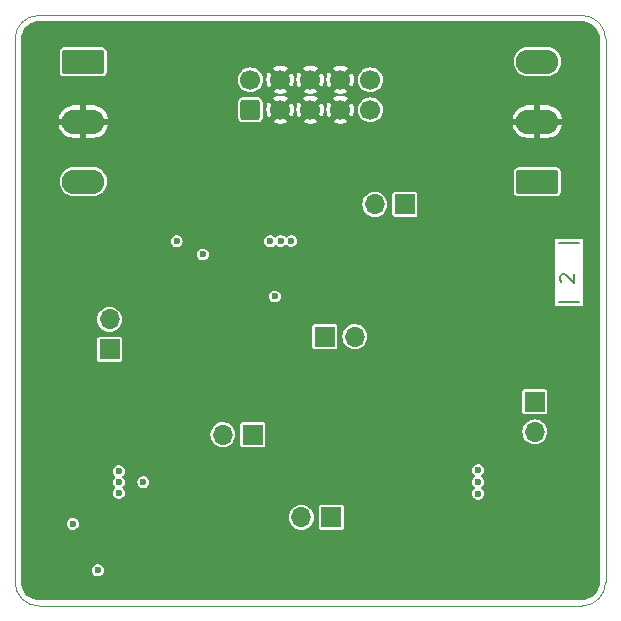
<source format=gbr>
%TF.GenerationSoftware,KiCad,Pcbnew,8.0.1*%
%TF.CreationDate,2024-04-20T12:15:38+02:00*%
%TF.ProjectId,nbg,6e62672e-6b69-4636-9164-5f7063625858,rev?*%
%TF.SameCoordinates,Original*%
%TF.FileFunction,Copper,L2,Inr*%
%TF.FilePolarity,Positive*%
%FSLAX46Y46*%
G04 Gerber Fmt 4.6, Leading zero omitted, Abs format (unit mm)*
G04 Created by KiCad (PCBNEW 8.0.1) date 2024-04-20 12:15:38*
%MOMM*%
%LPD*%
G01*
G04 APERTURE LIST*
G04 Aperture macros list*
%AMRoundRect*
0 Rectangle with rounded corners*
0 $1 Rounding radius*
0 $2 $3 $4 $5 $6 $7 $8 $9 X,Y pos of 4 corners*
0 Add a 4 corners polygon primitive as box body*
4,1,4,$2,$3,$4,$5,$6,$7,$8,$9,$2,$3,0*
0 Add four circle primitives for the rounded corners*
1,1,$1+$1,$2,$3*
1,1,$1+$1,$4,$5*
1,1,$1+$1,$6,$7*
1,1,$1+$1,$8,$9*
0 Add four rect primitives between the rounded corners*
20,1,$1+$1,$2,$3,$4,$5,0*
20,1,$1+$1,$4,$5,$6,$7,0*
20,1,$1+$1,$6,$7,$8,$9,0*
20,1,$1+$1,$8,$9,$2,$3,0*%
G04 Aperture macros list end*
%ADD10C,0.200000*%
%TA.AperFunction,NonConductor*%
%ADD11C,0.200000*%
%TD*%
%TA.AperFunction,ComponentPad*%
%ADD12R,1.700000X1.700000*%
%TD*%
%TA.AperFunction,ComponentPad*%
%ADD13O,1.700000X1.700000*%
%TD*%
%TA.AperFunction,ComponentPad*%
%ADD14RoundRect,0.249999X1.550001X-0.790001X1.550001X0.790001X-1.550001X0.790001X-1.550001X-0.790001X0*%
%TD*%
%TA.AperFunction,ComponentPad*%
%ADD15O,3.600000X2.080000*%
%TD*%
%TA.AperFunction,ComponentPad*%
%ADD16RoundRect,0.249999X-1.550001X0.790001X-1.550001X-0.790001X1.550001X-0.790001X1.550001X0.790001X0*%
%TD*%
%TA.AperFunction,ComponentPad*%
%ADD17RoundRect,0.250000X0.600000X-0.600000X0.600000X0.600000X-0.600000X0.600000X-0.600000X-0.600000X0*%
%TD*%
%TA.AperFunction,ComponentPad*%
%ADD18C,1.700000*%
%TD*%
%TA.AperFunction,ViaPad*%
%ADD19C,0.600000*%
%TD*%
%TA.AperFunction,Profile*%
%ADD20C,0.050000*%
%TD*%
G04 APERTURE END LIST*
D10*
D11*
X92742742Y-74296993D02*
X91028457Y-74296993D01*
X91257028Y-72582707D02*
X91199885Y-72525564D01*
X91199885Y-72525564D02*
X91142742Y-72411279D01*
X91142742Y-72411279D02*
X91142742Y-72125564D01*
X91142742Y-72125564D02*
X91199885Y-72011279D01*
X91199885Y-72011279D02*
X91257028Y-71954136D01*
X91257028Y-71954136D02*
X91371314Y-71896993D01*
X91371314Y-71896993D02*
X91485600Y-71896993D01*
X91485600Y-71896993D02*
X91657028Y-71954136D01*
X91657028Y-71954136D02*
X92342742Y-72639850D01*
X92342742Y-72639850D02*
X92342742Y-71896993D01*
X92742742Y-69268421D02*
X91028457Y-69268421D01*
D12*
%TO.N,/AP62250/Vin3*%
%TO.C,J7*%
X71775000Y-92500000D03*
D13*
%TO.N,/AP62250/V-in*%
X69235000Y-92500000D03*
%TD*%
D14*
%TO.N,/AP62250/V-ut*%
%TO.C,J6*%
X89222500Y-64080000D03*
D15*
%TO.N,GND*%
X89222500Y-59000000D03*
%TO.N,/AP62250/V+ut*%
X89222500Y-53920000D03*
%TD*%
D12*
%TO.N,/AP62250/V-ut*%
%TO.C,J8*%
X89000000Y-82725000D03*
D13*
%TO.N,Net-(J8-Pin_2)*%
X89000000Y-85265000D03*
%TD*%
D12*
%TO.N,/AP62250/V+in*%
%TO.C,J1*%
X78000000Y-66000000D03*
D13*
%TO.N,/AP62250/Vin1*%
X75460000Y-66000000D03*
%TD*%
D16*
%TO.N,/AP62250/V+in*%
%TO.C,J5*%
X50777500Y-53920000D03*
D15*
%TO.N,GND*%
X50777500Y-59000000D03*
%TO.N,/AP62250/V-in*%
X50777500Y-64080000D03*
%TD*%
D12*
%TO.N,/AP62250/V-ut*%
%TO.C,J4*%
X65133800Y-85500000D03*
D13*
%TO.N,Net-(J4-Pin_2)*%
X62593800Y-85500000D03*
%TD*%
D12*
%TO.N,Net-(J3-Pin_1)*%
%TO.C,J3*%
X71225000Y-77199200D03*
D13*
%TO.N,/AP62250/V+ut*%
X73765000Y-77199200D03*
%TD*%
D17*
%TO.N,/AP62250/V-in*%
%TO.C,J9*%
X64920000Y-58000000D03*
D18*
X64920000Y-55460000D03*
%TO.N,GND*%
X67460000Y-58000000D03*
X67460000Y-55460000D03*
X70000000Y-58000000D03*
X70000000Y-55460000D03*
X72540000Y-58000000D03*
X72540000Y-55460000D03*
%TO.N,/AP62250/V+in*%
X75080000Y-58000000D03*
X75080000Y-55460000D03*
%TD*%
D12*
%TO.N,/AP62250/Vin2*%
%TO.C,J2*%
X53000000Y-78275000D03*
D13*
%TO.N,/AP62250/V-in*%
X53000000Y-75735000D03*
%TD*%
D19*
%TO.N,GND*%
X85790339Y-88318963D03*
X82500000Y-70000000D03*
X77647600Y-69998819D03*
X55000000Y-72500000D03*
X55000000Y-67500000D03*
X52500000Y-62500000D03*
X77500000Y-62500000D03*
X62500000Y-62500000D03*
X82500000Y-62500000D03*
X67500000Y-62500000D03*
X72500000Y-62500000D03*
X57500000Y-62500000D03*
X87500000Y-57500000D03*
X87500000Y-82500000D03*
X87500000Y-67500000D03*
X87500000Y-72500000D03*
X87500000Y-77500000D03*
X87500000Y-62500000D03*
X92500000Y-67500000D03*
X92500000Y-92500000D03*
X92500000Y-77500000D03*
X92500000Y-97500000D03*
X92500000Y-82500000D03*
X92500000Y-87500000D03*
X92500000Y-62500000D03*
X92500000Y-57500000D03*
X92500000Y-52500000D03*
X87500000Y-52500000D03*
X82500000Y-52500000D03*
X77500000Y-52500000D03*
X72500000Y-52500000D03*
X67500000Y-52500000D03*
X62500000Y-52500000D03*
X57500000Y-52500000D03*
X47500000Y-52500000D03*
X47500000Y-57500000D03*
X47500000Y-62500000D03*
X47500000Y-67500000D03*
X47500000Y-72500000D03*
X47500000Y-77500000D03*
X47500000Y-97500000D03*
X47500000Y-92500000D03*
X47500000Y-87500000D03*
X47500000Y-82500000D03*
X50000000Y-80000000D03*
X55000000Y-80000000D03*
X60000000Y-80000000D03*
X65000000Y-80000000D03*
X70000000Y-80000000D03*
X65000000Y-90000000D03*
X70000000Y-90000000D03*
X70000000Y-85000000D03*
X75000000Y-82500000D03*
X75000000Y-87500000D03*
X65000000Y-95000000D03*
X70000000Y-95000000D03*
X75000000Y-95000000D03*
X76942449Y-98390697D03*
X71203728Y-98079850D03*
X66774152Y-98169517D03*
X62111440Y-96651147D03*
X82000000Y-98000000D03*
X81000000Y-88500000D03*
X54288800Y-86014000D03*
X50682000Y-90382800D03*
X63900000Y-66199200D03*
X78100000Y-87300000D03*
X84000000Y-86800000D03*
X54288800Y-86928400D03*
X67500000Y-72299200D03*
X54288800Y-83423200D03*
X81000000Y-90500000D03*
X54288800Y-82508800D03*
X54288800Y-81594400D03*
X79900000Y-95600000D03*
X74500000Y-72099200D03*
X84000000Y-86000000D03*
X81000000Y-89500000D03*
X84000000Y-83300000D03*
X71000000Y-72099200D03*
X84000000Y-85200000D03*
X50682000Y-89468400D03*
X71900000Y-72099200D03*
X50682000Y-88604800D03*
X84000000Y-81700000D03*
X68400000Y-72299200D03*
X84000000Y-82500000D03*
X75400000Y-72099200D03*
X82000000Y-95900000D03*
X73600000Y-72099200D03*
X70100000Y-72099200D03*
X66600000Y-72299200D03*
X78662500Y-77900000D03*
X54288800Y-85099600D03*
X79587500Y-80587500D03*
X51800000Y-95900000D03*
%TO.N,Net-(J3-Pin_1)*%
X67001600Y-73799200D03*
X58670400Y-69125600D03*
%TO.N,Net-(J4-Pin_2)*%
X52002800Y-96986800D03*
X55863600Y-89519200D03*
%TO.N,/AP62250/Vin1*%
X66595200Y-69125600D03*
X68400000Y-69099200D03*
X67500000Y-69099200D03*
X60905600Y-70243200D03*
%TO.N,/AP62250/Vin2*%
X53780800Y-90433600D03*
X53780800Y-89519200D03*
X49900000Y-93050000D03*
X53780800Y-88604800D03*
%TO.N,/AP62250/Vin3*%
X84200000Y-89500000D03*
X84200000Y-88500000D03*
X84200000Y-90500000D03*
%TD*%
%TA.AperFunction,Conductor*%
%TO.N,GND*%
G36*
X93002642Y-50500688D02*
G01*
X93208118Y-50515385D01*
X93218567Y-50516887D01*
X93274033Y-50528952D01*
X93417296Y-50560117D01*
X93427406Y-50563085D01*
X93617965Y-50634161D01*
X93627556Y-50638541D01*
X93747496Y-50704033D01*
X93806041Y-50736001D01*
X93814924Y-50741709D01*
X93977727Y-50863582D01*
X93985706Y-50870496D01*
X94129503Y-51014293D01*
X94136417Y-51022272D01*
X94258290Y-51185075D01*
X94263998Y-51193958D01*
X94361456Y-51372439D01*
X94365842Y-51382042D01*
X94436909Y-51572578D01*
X94439884Y-51582710D01*
X94483112Y-51781432D01*
X94484614Y-51791881D01*
X94499311Y-51997356D01*
X94499500Y-52002636D01*
X94499500Y-97997363D01*
X94499311Y-98002643D01*
X94484614Y-98208118D01*
X94483112Y-98218567D01*
X94439884Y-98417289D01*
X94436909Y-98427421D01*
X94365842Y-98617957D01*
X94361456Y-98627560D01*
X94263998Y-98806041D01*
X94258290Y-98814924D01*
X94136417Y-98977727D01*
X94129503Y-98985706D01*
X93985706Y-99129503D01*
X93977727Y-99136417D01*
X93814924Y-99258290D01*
X93806041Y-99263998D01*
X93627560Y-99361456D01*
X93617957Y-99365842D01*
X93427421Y-99436909D01*
X93417289Y-99439884D01*
X93218567Y-99483112D01*
X93208118Y-99484614D01*
X93025297Y-99497690D01*
X93002641Y-99499311D01*
X92997364Y-99499500D01*
X47002636Y-99499500D01*
X46997358Y-99499311D01*
X46972878Y-99497560D01*
X46791881Y-99484614D01*
X46781432Y-99483112D01*
X46582710Y-99439884D01*
X46572584Y-99436910D01*
X46382040Y-99365841D01*
X46372439Y-99361456D01*
X46193958Y-99263998D01*
X46185075Y-99258290D01*
X46022272Y-99136417D01*
X46014293Y-99129503D01*
X45870496Y-98985706D01*
X45863582Y-98977727D01*
X45741709Y-98814924D01*
X45736001Y-98806041D01*
X45638543Y-98627560D01*
X45634161Y-98617965D01*
X45563085Y-98427406D01*
X45560117Y-98417296D01*
X45516887Y-98218567D01*
X45515385Y-98208117D01*
X45500689Y-98002642D01*
X45500500Y-97997363D01*
X45500500Y-96986800D01*
X51497153Y-96986800D01*
X51517634Y-97129254D01*
X51577423Y-97260173D01*
X51671668Y-97368939D01*
X51671669Y-97368940D01*
X51671672Y-97368943D01*
X51792747Y-97446753D01*
X51899203Y-97478011D01*
X51930835Y-97487299D01*
X51930837Y-97487300D01*
X51930839Y-97487300D01*
X52074763Y-97487300D01*
X52074764Y-97487299D01*
X52212853Y-97446753D01*
X52333928Y-97368943D01*
X52428177Y-97260173D01*
X52487965Y-97129257D01*
X52508447Y-96986800D01*
X52487965Y-96844343D01*
X52428177Y-96713427D01*
X52333928Y-96604657D01*
X52276982Y-96568060D01*
X52212854Y-96526847D01*
X52212850Y-96526846D01*
X52074764Y-96486300D01*
X52074761Y-96486300D01*
X51930839Y-96486300D01*
X51930836Y-96486300D01*
X51792749Y-96526846D01*
X51792745Y-96526847D01*
X51671675Y-96604655D01*
X51671668Y-96604660D01*
X51577423Y-96713426D01*
X51517634Y-96844345D01*
X51497153Y-96986800D01*
X45500500Y-96986800D01*
X45500500Y-93050000D01*
X49394353Y-93050000D01*
X49414834Y-93192454D01*
X49414834Y-93192455D01*
X49414835Y-93192457D01*
X49439475Y-93246410D01*
X49474623Y-93323373D01*
X49568868Y-93432139D01*
X49568869Y-93432140D01*
X49568872Y-93432143D01*
X49635917Y-93475230D01*
X49665982Y-93494552D01*
X49689947Y-93509953D01*
X49776269Y-93535299D01*
X49828035Y-93550499D01*
X49828037Y-93550500D01*
X49828039Y-93550500D01*
X49971963Y-93550500D01*
X49971964Y-93550499D01*
X50110053Y-93509953D01*
X50231128Y-93432143D01*
X50325377Y-93323373D01*
X50385165Y-93192457D01*
X50405647Y-93050000D01*
X50385165Y-92907543D01*
X50325377Y-92776627D01*
X50231128Y-92667857D01*
X50174182Y-92631260D01*
X50110054Y-92590047D01*
X50110050Y-92590046D01*
X49971964Y-92549500D01*
X49971961Y-92549500D01*
X49828039Y-92549500D01*
X49828036Y-92549500D01*
X49689949Y-92590046D01*
X49689945Y-92590047D01*
X49568875Y-92667855D01*
X49568868Y-92667860D01*
X49474623Y-92776626D01*
X49414834Y-92907545D01*
X49394353Y-93050000D01*
X45500500Y-93050000D01*
X45500500Y-92500000D01*
X68179417Y-92500000D01*
X68199700Y-92705934D01*
X68259768Y-92903954D01*
X68357315Y-93086450D01*
X68488590Y-93246410D01*
X68648550Y-93377685D01*
X68831046Y-93475232D01*
X69029066Y-93535300D01*
X69235000Y-93555583D01*
X69440934Y-93535300D01*
X69638954Y-93475232D01*
X69821450Y-93377685D01*
X69831124Y-93369746D01*
X70724500Y-93369746D01*
X70736133Y-93428232D01*
X70765608Y-93472343D01*
X70780448Y-93494552D01*
X70803497Y-93509953D01*
X70846767Y-93538866D01*
X70846768Y-93538866D01*
X70846769Y-93538867D01*
X70905252Y-93550500D01*
X70905254Y-93550500D01*
X72644746Y-93550500D01*
X72644748Y-93550500D01*
X72703231Y-93538867D01*
X72769552Y-93494552D01*
X72813867Y-93428231D01*
X72825500Y-93369748D01*
X72825500Y-91630252D01*
X72813867Y-91571769D01*
X72769552Y-91505448D01*
X72747343Y-91490608D01*
X72703232Y-91461133D01*
X72703233Y-91461133D01*
X72673989Y-91455316D01*
X72644748Y-91449500D01*
X70905252Y-91449500D01*
X70876010Y-91455316D01*
X70846767Y-91461133D01*
X70780449Y-91505447D01*
X70780447Y-91505449D01*
X70736133Y-91571767D01*
X70724500Y-91630253D01*
X70724500Y-93369746D01*
X69831124Y-93369746D01*
X69981410Y-93246410D01*
X70112685Y-93086450D01*
X70210232Y-92903954D01*
X70270300Y-92705934D01*
X70290583Y-92500000D01*
X70270300Y-92294066D01*
X70210232Y-92096046D01*
X70112685Y-91913550D01*
X69981410Y-91753590D01*
X69821450Y-91622315D01*
X69638954Y-91524768D01*
X69527158Y-91490855D01*
X69440935Y-91464700D01*
X69235000Y-91444417D01*
X69029064Y-91464700D01*
X68831043Y-91524769D01*
X68648549Y-91622315D01*
X68488590Y-91753589D01*
X68488589Y-91753590D01*
X68357315Y-91913549D01*
X68259769Y-92096043D01*
X68199700Y-92294064D01*
X68199700Y-92294066D01*
X68179417Y-92500000D01*
X45500500Y-92500000D01*
X45500500Y-90433600D01*
X53275153Y-90433600D01*
X53295634Y-90576054D01*
X53355423Y-90706973D01*
X53449668Y-90815739D01*
X53449669Y-90815740D01*
X53449672Y-90815743D01*
X53542274Y-90875254D01*
X53552992Y-90882143D01*
X53570747Y-90893553D01*
X53677203Y-90924811D01*
X53708835Y-90934099D01*
X53708837Y-90934100D01*
X53708839Y-90934100D01*
X53852763Y-90934100D01*
X53852764Y-90934099D01*
X53990853Y-90893553D01*
X54111928Y-90815743D01*
X54206177Y-90706973D01*
X54265965Y-90576057D01*
X54276900Y-90500000D01*
X83694353Y-90500000D01*
X83714834Y-90642454D01*
X83774623Y-90773373D01*
X83868868Y-90882139D01*
X83868869Y-90882140D01*
X83868872Y-90882143D01*
X83989947Y-90959953D01*
X84096403Y-90991211D01*
X84128035Y-91000499D01*
X84128037Y-91000500D01*
X84128039Y-91000500D01*
X84271963Y-91000500D01*
X84271964Y-91000499D01*
X84410053Y-90959953D01*
X84531128Y-90882143D01*
X84625377Y-90773373D01*
X84685165Y-90642457D01*
X84705647Y-90500000D01*
X84685165Y-90357543D01*
X84625377Y-90226627D01*
X84531128Y-90117857D01*
X84444605Y-90062252D01*
X84412304Y-90015730D01*
X84422360Y-89959993D01*
X84444606Y-89937747D01*
X84446713Y-89936393D01*
X84531128Y-89882143D01*
X84625377Y-89773373D01*
X84685165Y-89642457D01*
X84705647Y-89500000D01*
X84685165Y-89357543D01*
X84625377Y-89226627D01*
X84601814Y-89199434D01*
X84531131Y-89117860D01*
X84531129Y-89117859D01*
X84531128Y-89117857D01*
X84444605Y-89062252D01*
X84412304Y-89015730D01*
X84422360Y-88959993D01*
X84444606Y-88937747D01*
X84531128Y-88882143D01*
X84625377Y-88773373D01*
X84685165Y-88642457D01*
X84705647Y-88500000D01*
X84685165Y-88357543D01*
X84625377Y-88226627D01*
X84531128Y-88117857D01*
X84474182Y-88081260D01*
X84410054Y-88040047D01*
X84410050Y-88040046D01*
X84271964Y-87999500D01*
X84271961Y-87999500D01*
X84128039Y-87999500D01*
X84128036Y-87999500D01*
X83989949Y-88040046D01*
X83989945Y-88040047D01*
X83868875Y-88117855D01*
X83868868Y-88117860D01*
X83774623Y-88226626D01*
X83714834Y-88357545D01*
X83694353Y-88500000D01*
X83714834Y-88642454D01*
X83774623Y-88773373D01*
X83868868Y-88882139D01*
X83868869Y-88882140D01*
X83868872Y-88882143D01*
X83955394Y-88937747D01*
X83987695Y-88984270D01*
X83977639Y-89040008D01*
X83955394Y-89062253D01*
X83868872Y-89117857D01*
X83868868Y-89117860D01*
X83774623Y-89226626D01*
X83714834Y-89357545D01*
X83694353Y-89500000D01*
X83714834Y-89642454D01*
X83714834Y-89642455D01*
X83714835Y-89642457D01*
X83774623Y-89773373D01*
X83868868Y-89882139D01*
X83868869Y-89882140D01*
X83868872Y-89882143D01*
X83953287Y-89936393D01*
X83955394Y-89937747D01*
X83987695Y-89984270D01*
X83977639Y-90040008D01*
X83955394Y-90062253D01*
X83868872Y-90117857D01*
X83868868Y-90117860D01*
X83774623Y-90226626D01*
X83714834Y-90357545D01*
X83694353Y-90500000D01*
X54276900Y-90500000D01*
X54286447Y-90433600D01*
X54265965Y-90291143D01*
X54206177Y-90160227D01*
X54169466Y-90117860D01*
X54111931Y-90051460D01*
X54111929Y-90051459D01*
X54111928Y-90051457D01*
X54092003Y-90038652D01*
X54059702Y-89992130D01*
X54069758Y-89936393D01*
X54092004Y-89914147D01*
X54111928Y-89901343D01*
X54206177Y-89792573D01*
X54265965Y-89661657D01*
X54286447Y-89519200D01*
X55357953Y-89519200D01*
X55378434Y-89661654D01*
X55438223Y-89792573D01*
X55532468Y-89901339D01*
X55532469Y-89901340D01*
X55532472Y-89901343D01*
X55653547Y-89979153D01*
X55760003Y-90010411D01*
X55791635Y-90019699D01*
X55791637Y-90019700D01*
X55791639Y-90019700D01*
X55935563Y-90019700D01*
X55935564Y-90019699D01*
X56073653Y-89979153D01*
X56194728Y-89901343D01*
X56288977Y-89792573D01*
X56348765Y-89661657D01*
X56369247Y-89519200D01*
X56348765Y-89376743D01*
X56288977Y-89245827D01*
X56194728Y-89137057D01*
X56137782Y-89100460D01*
X56073654Y-89059247D01*
X56073650Y-89059246D01*
X55935564Y-89018700D01*
X55935561Y-89018700D01*
X55791639Y-89018700D01*
X55791636Y-89018700D01*
X55653549Y-89059246D01*
X55653545Y-89059247D01*
X55532475Y-89137055D01*
X55532468Y-89137060D01*
X55438223Y-89245826D01*
X55378434Y-89376745D01*
X55357953Y-89519200D01*
X54286447Y-89519200D01*
X54265965Y-89376743D01*
X54206177Y-89245827D01*
X54111928Y-89137057D01*
X54092003Y-89124252D01*
X54059702Y-89077730D01*
X54069758Y-89021993D01*
X54092004Y-88999747D01*
X54111928Y-88986943D01*
X54206177Y-88878173D01*
X54265965Y-88747257D01*
X54286447Y-88604800D01*
X54265965Y-88462343D01*
X54206177Y-88331427D01*
X54115368Y-88226627D01*
X54111931Y-88222660D01*
X54111929Y-88222659D01*
X54111928Y-88222657D01*
X54054982Y-88186060D01*
X53990854Y-88144847D01*
X53990850Y-88144846D01*
X53852764Y-88104300D01*
X53852761Y-88104300D01*
X53708839Y-88104300D01*
X53708836Y-88104300D01*
X53570749Y-88144846D01*
X53570745Y-88144847D01*
X53449675Y-88222655D01*
X53449668Y-88222660D01*
X53355423Y-88331426D01*
X53295634Y-88462345D01*
X53275153Y-88604800D01*
X53295634Y-88747254D01*
X53355423Y-88878173D01*
X53449668Y-88986939D01*
X53449669Y-88986940D01*
X53449672Y-88986943D01*
X53449674Y-88986944D01*
X53449677Y-88986946D01*
X53469596Y-88999748D01*
X53501897Y-89046271D01*
X53491840Y-89102008D01*
X53469596Y-89124252D01*
X53449677Y-89137053D01*
X53449668Y-89137060D01*
X53355423Y-89245826D01*
X53295634Y-89376745D01*
X53275153Y-89519200D01*
X53295634Y-89661654D01*
X53355423Y-89792573D01*
X53449668Y-89901339D01*
X53449669Y-89901340D01*
X53449672Y-89901343D01*
X53449674Y-89901344D01*
X53449677Y-89901346D01*
X53469596Y-89914148D01*
X53501897Y-89960671D01*
X53491840Y-90016408D01*
X53469596Y-90038652D01*
X53449677Y-90051453D01*
X53449668Y-90051460D01*
X53355423Y-90160226D01*
X53295634Y-90291145D01*
X53275153Y-90433600D01*
X45500500Y-90433600D01*
X45500500Y-85500000D01*
X61538217Y-85500000D01*
X61558500Y-85705934D01*
X61618568Y-85903954D01*
X61716115Y-86086450D01*
X61847390Y-86246410D01*
X62007350Y-86377685D01*
X62189846Y-86475232D01*
X62387866Y-86535300D01*
X62593800Y-86555583D01*
X62799734Y-86535300D01*
X62997754Y-86475232D01*
X63180250Y-86377685D01*
X63189924Y-86369746D01*
X64083300Y-86369746D01*
X64094933Y-86428232D01*
X64124408Y-86472343D01*
X64139248Y-86494552D01*
X64183360Y-86524027D01*
X64205567Y-86538866D01*
X64205568Y-86538866D01*
X64205569Y-86538867D01*
X64264052Y-86550500D01*
X64264054Y-86550500D01*
X66003546Y-86550500D01*
X66003548Y-86550500D01*
X66062031Y-86538867D01*
X66128352Y-86494552D01*
X66172667Y-86428231D01*
X66184300Y-86369748D01*
X66184300Y-85265000D01*
X87944417Y-85265000D01*
X87964700Y-85470934D01*
X88024768Y-85668954D01*
X88122315Y-85851450D01*
X88253590Y-86011410D01*
X88413550Y-86142685D01*
X88596046Y-86240232D01*
X88794066Y-86300300D01*
X89000000Y-86320583D01*
X89205934Y-86300300D01*
X89403954Y-86240232D01*
X89586450Y-86142685D01*
X89746410Y-86011410D01*
X89877685Y-85851450D01*
X89975232Y-85668954D01*
X90035300Y-85470934D01*
X90055583Y-85265000D01*
X90035300Y-85059066D01*
X89975232Y-84861046D01*
X89877685Y-84678550D01*
X89746410Y-84518590D01*
X89730396Y-84505448D01*
X89586450Y-84387315D01*
X89403956Y-84289769D01*
X89403955Y-84289768D01*
X89403954Y-84289768D01*
X89292158Y-84255855D01*
X89205935Y-84229700D01*
X89000000Y-84209417D01*
X88794064Y-84229700D01*
X88596043Y-84289769D01*
X88413549Y-84387315D01*
X88253590Y-84518589D01*
X88253589Y-84518590D01*
X88122315Y-84678549D01*
X88024769Y-84861043D01*
X87964700Y-85059064D01*
X87964700Y-85059066D01*
X87944417Y-85265000D01*
X66184300Y-85265000D01*
X66184300Y-84630252D01*
X66172667Y-84571769D01*
X66128352Y-84505448D01*
X66106143Y-84490608D01*
X66062032Y-84461133D01*
X66062033Y-84461133D01*
X66032789Y-84455316D01*
X66003548Y-84449500D01*
X64264052Y-84449500D01*
X64234810Y-84455316D01*
X64205567Y-84461133D01*
X64139249Y-84505447D01*
X64139247Y-84505449D01*
X64094933Y-84571767D01*
X64083300Y-84630253D01*
X64083300Y-86369746D01*
X63189924Y-86369746D01*
X63340210Y-86246410D01*
X63471485Y-86086450D01*
X63569032Y-85903954D01*
X63629100Y-85705934D01*
X63649383Y-85500000D01*
X63629100Y-85294066D01*
X63569032Y-85096046D01*
X63471485Y-84913550D01*
X63340210Y-84753590D01*
X63180250Y-84622315D01*
X62997754Y-84524768D01*
X62885958Y-84490855D01*
X62799735Y-84464700D01*
X62593800Y-84444417D01*
X62387864Y-84464700D01*
X62189843Y-84524769D01*
X62007349Y-84622315D01*
X61847390Y-84753589D01*
X61847389Y-84753590D01*
X61716115Y-84913549D01*
X61618569Y-85096043D01*
X61558500Y-85294064D01*
X61558500Y-85294066D01*
X61538217Y-85500000D01*
X45500500Y-85500000D01*
X45500500Y-83594746D01*
X87949500Y-83594746D01*
X87961133Y-83653232D01*
X87990608Y-83697343D01*
X88005448Y-83719552D01*
X88049560Y-83749027D01*
X88071767Y-83763866D01*
X88071768Y-83763866D01*
X88071769Y-83763867D01*
X88130252Y-83775500D01*
X88130254Y-83775500D01*
X89869746Y-83775500D01*
X89869748Y-83775500D01*
X89928231Y-83763867D01*
X89994552Y-83719552D01*
X90038867Y-83653231D01*
X90050500Y-83594748D01*
X90050500Y-81855252D01*
X90038867Y-81796769D01*
X89994552Y-81730448D01*
X89972343Y-81715608D01*
X89928232Y-81686133D01*
X89928233Y-81686133D01*
X89898989Y-81680316D01*
X89869748Y-81674500D01*
X88130252Y-81674500D01*
X88101010Y-81680316D01*
X88071767Y-81686133D01*
X88005449Y-81730447D01*
X88005447Y-81730449D01*
X87961133Y-81796767D01*
X87949500Y-81855253D01*
X87949500Y-83594746D01*
X45500500Y-83594746D01*
X45500500Y-79144746D01*
X51949500Y-79144746D01*
X51961133Y-79203232D01*
X51990608Y-79247343D01*
X52005448Y-79269552D01*
X52049560Y-79299027D01*
X52071767Y-79313866D01*
X52071768Y-79313866D01*
X52071769Y-79313867D01*
X52130252Y-79325500D01*
X52130254Y-79325500D01*
X53869746Y-79325500D01*
X53869748Y-79325500D01*
X53928231Y-79313867D01*
X53994552Y-79269552D01*
X54038867Y-79203231D01*
X54050500Y-79144748D01*
X54050500Y-78068946D01*
X70174500Y-78068946D01*
X70186133Y-78127432D01*
X70215608Y-78171543D01*
X70230448Y-78193752D01*
X70274560Y-78223227D01*
X70296767Y-78238066D01*
X70296768Y-78238066D01*
X70296769Y-78238067D01*
X70355252Y-78249700D01*
X70355254Y-78249700D01*
X72094746Y-78249700D01*
X72094748Y-78249700D01*
X72153231Y-78238067D01*
X72219552Y-78193752D01*
X72263867Y-78127431D01*
X72275500Y-78068948D01*
X72275500Y-77199200D01*
X72709417Y-77199200D01*
X72729700Y-77405135D01*
X72729736Y-77405253D01*
X72789768Y-77603154D01*
X72887315Y-77785650D01*
X73018590Y-77945610D01*
X73178550Y-78076885D01*
X73361046Y-78174432D01*
X73559066Y-78234500D01*
X73765000Y-78254783D01*
X73970934Y-78234500D01*
X74168954Y-78174432D01*
X74351450Y-78076885D01*
X74511410Y-77945610D01*
X74642685Y-77785650D01*
X74740232Y-77603154D01*
X74800300Y-77405134D01*
X74820583Y-77199200D01*
X74800300Y-76993266D01*
X74740232Y-76795246D01*
X74642685Y-76612750D01*
X74511410Y-76452790D01*
X74351450Y-76321515D01*
X74168954Y-76223968D01*
X74057158Y-76190055D01*
X73970935Y-76163900D01*
X73765000Y-76143617D01*
X73559064Y-76163900D01*
X73361043Y-76223969D01*
X73178549Y-76321515D01*
X73018590Y-76452789D01*
X73018589Y-76452790D01*
X72887315Y-76612749D01*
X72789769Y-76795243D01*
X72729700Y-76993264D01*
X72709417Y-77199200D01*
X72275500Y-77199200D01*
X72275500Y-76329452D01*
X72263867Y-76270969D01*
X72219552Y-76204648D01*
X72197343Y-76189808D01*
X72153232Y-76160333D01*
X72153233Y-76160333D01*
X72123989Y-76154516D01*
X72094748Y-76148700D01*
X70355252Y-76148700D01*
X70326010Y-76154516D01*
X70296767Y-76160333D01*
X70230449Y-76204647D01*
X70230447Y-76204649D01*
X70186133Y-76270967D01*
X70174500Y-76329453D01*
X70174500Y-78068946D01*
X54050500Y-78068946D01*
X54050500Y-77405252D01*
X54038867Y-77346769D01*
X53994552Y-77280448D01*
X53972343Y-77265608D01*
X53928232Y-77236133D01*
X53928233Y-77236133D01*
X53898989Y-77230316D01*
X53869748Y-77224500D01*
X52130252Y-77224500D01*
X52101010Y-77230316D01*
X52071767Y-77236133D01*
X52005449Y-77280447D01*
X52005447Y-77280449D01*
X51961133Y-77346767D01*
X51961133Y-77346769D01*
X51949524Y-77405134D01*
X51949500Y-77405253D01*
X51949500Y-79144746D01*
X45500500Y-79144746D01*
X45500500Y-75735000D01*
X51944417Y-75735000D01*
X51964700Y-75940934D01*
X52024768Y-76138954D01*
X52122315Y-76321450D01*
X52253590Y-76481410D01*
X52413550Y-76612685D01*
X52596046Y-76710232D01*
X52794066Y-76770300D01*
X53000000Y-76790583D01*
X53205934Y-76770300D01*
X53403954Y-76710232D01*
X53586450Y-76612685D01*
X53746410Y-76481410D01*
X53877685Y-76321450D01*
X53975232Y-76138954D01*
X54035300Y-75940934D01*
X54055583Y-75735000D01*
X54035300Y-75529066D01*
X53975232Y-75331046D01*
X53877685Y-75148550D01*
X53746410Y-74988590D01*
X53586450Y-74857315D01*
X53403954Y-74759768D01*
X53292158Y-74725855D01*
X53205935Y-74699700D01*
X53000000Y-74679417D01*
X52794064Y-74699700D01*
X52596043Y-74759769D01*
X52413549Y-74857315D01*
X52253590Y-74988589D01*
X52253589Y-74988590D01*
X52122315Y-75148549D01*
X52024769Y-75331043D01*
X51964700Y-75529064D01*
X51964700Y-75529066D01*
X51944417Y-75735000D01*
X45500500Y-75735000D01*
X45500500Y-73799200D01*
X66495953Y-73799200D01*
X66516434Y-73941654D01*
X66576223Y-74072573D01*
X66670468Y-74181339D01*
X66670469Y-74181340D01*
X66670472Y-74181343D01*
X66791547Y-74259153D01*
X66898003Y-74290411D01*
X66929635Y-74299699D01*
X66929637Y-74299700D01*
X66929639Y-74299700D01*
X67073563Y-74299700D01*
X67073564Y-74299699D01*
X67211653Y-74259153D01*
X67332728Y-74181343D01*
X67426977Y-74072573D01*
X67486765Y-73941657D01*
X67507247Y-73799200D01*
X67486765Y-73656743D01*
X67426977Y-73525827D01*
X67332728Y-73417057D01*
X67275782Y-73380460D01*
X67211654Y-73339247D01*
X67211650Y-73339246D01*
X67073564Y-73298700D01*
X67073561Y-73298700D01*
X66929639Y-73298700D01*
X66929636Y-73298700D01*
X66791549Y-73339246D01*
X66791545Y-73339247D01*
X66670475Y-73417055D01*
X66670468Y-73417060D01*
X66576223Y-73525826D01*
X66516434Y-73656745D01*
X66495953Y-73799200D01*
X45500500Y-73799200D01*
X45500500Y-70243200D01*
X60399953Y-70243200D01*
X60420434Y-70385654D01*
X60480223Y-70516573D01*
X60574468Y-70625339D01*
X60574469Y-70625340D01*
X60574472Y-70625343D01*
X60695547Y-70703153D01*
X60802003Y-70734411D01*
X60833635Y-70743699D01*
X60833637Y-70743700D01*
X60833639Y-70743700D01*
X60977563Y-70743700D01*
X60977564Y-70743699D01*
X61115653Y-70703153D01*
X61236728Y-70625343D01*
X61330977Y-70516573D01*
X61390765Y-70385657D01*
X61411247Y-70243200D01*
X61390765Y-70100743D01*
X61330977Y-69969827D01*
X61236728Y-69861057D01*
X61179782Y-69824460D01*
X61115654Y-69783247D01*
X61115650Y-69783246D01*
X60977564Y-69742700D01*
X60977561Y-69742700D01*
X60833639Y-69742700D01*
X60833636Y-69742700D01*
X60695549Y-69783246D01*
X60695545Y-69783247D01*
X60574475Y-69861055D01*
X60574468Y-69861060D01*
X60480223Y-69969826D01*
X60420434Y-70100745D01*
X60399953Y-70243200D01*
X45500500Y-70243200D01*
X45500500Y-69125600D01*
X58164753Y-69125600D01*
X58185234Y-69268054D01*
X58185234Y-69268055D01*
X58185235Y-69268057D01*
X58232966Y-69372573D01*
X58245023Y-69398973D01*
X58339268Y-69507739D01*
X58339269Y-69507740D01*
X58339272Y-69507743D01*
X58460347Y-69585553D01*
X58566803Y-69616811D01*
X58598435Y-69626099D01*
X58598437Y-69626100D01*
X58598439Y-69626100D01*
X58742363Y-69626100D01*
X58742364Y-69626099D01*
X58880453Y-69585553D01*
X59001528Y-69507743D01*
X59095777Y-69398973D01*
X59155565Y-69268057D01*
X59176047Y-69125600D01*
X66089553Y-69125600D01*
X66110034Y-69268054D01*
X66110034Y-69268055D01*
X66110035Y-69268057D01*
X66157766Y-69372573D01*
X66169823Y-69398973D01*
X66264068Y-69507739D01*
X66264069Y-69507740D01*
X66264072Y-69507743D01*
X66385147Y-69585553D01*
X66491603Y-69616811D01*
X66523235Y-69626099D01*
X66523237Y-69626100D01*
X66523239Y-69626100D01*
X66667163Y-69626100D01*
X66667164Y-69626099D01*
X66805253Y-69585553D01*
X66926328Y-69507743D01*
X67003113Y-69419127D01*
X67053759Y-69393777D01*
X67107498Y-69411662D01*
X67114964Y-69419129D01*
X67168868Y-69481339D01*
X67168869Y-69481340D01*
X67168872Y-69481343D01*
X67289947Y-69559153D01*
X67379855Y-69585552D01*
X67428035Y-69599699D01*
X67428037Y-69599700D01*
X67428039Y-69599700D01*
X67571963Y-69599700D01*
X67571964Y-69599699D01*
X67710053Y-69559153D01*
X67831128Y-69481343D01*
X67894075Y-69408697D01*
X67944721Y-69383347D01*
X67998460Y-69401232D01*
X68005920Y-69408692D01*
X68068872Y-69481343D01*
X68189947Y-69559153D01*
X68279855Y-69585552D01*
X68328035Y-69599699D01*
X68328037Y-69599700D01*
X68328039Y-69599700D01*
X68471963Y-69599700D01*
X68471964Y-69599699D01*
X68610053Y-69559153D01*
X68731128Y-69481343D01*
X68825377Y-69372573D01*
X68885165Y-69241657D01*
X68905647Y-69099200D01*
X68886053Y-68962921D01*
X90722957Y-68962921D01*
X90722957Y-74602493D01*
X93048242Y-74602493D01*
X93048242Y-68962921D01*
X90722957Y-68962921D01*
X68886053Y-68962921D01*
X68885165Y-68956743D01*
X68825377Y-68825827D01*
X68754002Y-68743455D01*
X68731131Y-68717060D01*
X68731129Y-68717059D01*
X68731128Y-68717057D01*
X68674182Y-68680460D01*
X68610054Y-68639247D01*
X68610050Y-68639246D01*
X68471964Y-68598700D01*
X68471961Y-68598700D01*
X68328039Y-68598700D01*
X68328036Y-68598700D01*
X68189949Y-68639246D01*
X68189945Y-68639247D01*
X68068875Y-68717055D01*
X68068872Y-68717057D01*
X68005924Y-68789702D01*
X67955279Y-68815053D01*
X67901540Y-68797168D01*
X67894079Y-68789707D01*
X67831128Y-68717057D01*
X67774182Y-68680460D01*
X67710054Y-68639247D01*
X67710050Y-68639246D01*
X67571964Y-68598700D01*
X67571961Y-68598700D01*
X67428039Y-68598700D01*
X67428036Y-68598700D01*
X67289949Y-68639246D01*
X67289945Y-68639247D01*
X67168875Y-68717055D01*
X67168867Y-68717061D01*
X67092087Y-68805671D01*
X67041441Y-68831022D01*
X66987702Y-68813136D01*
X66980237Y-68805671D01*
X66926332Y-68743461D01*
X66926330Y-68743459D01*
X66926328Y-68743457D01*
X66869382Y-68706860D01*
X66805254Y-68665647D01*
X66805250Y-68665646D01*
X66667164Y-68625100D01*
X66667161Y-68625100D01*
X66523239Y-68625100D01*
X66523236Y-68625100D01*
X66385149Y-68665646D01*
X66385145Y-68665647D01*
X66264075Y-68743455D01*
X66264068Y-68743460D01*
X66169823Y-68852226D01*
X66110034Y-68983145D01*
X66089553Y-69125600D01*
X59176047Y-69125600D01*
X59155565Y-68983143D01*
X59095777Y-68852227D01*
X59055436Y-68805671D01*
X59001531Y-68743460D01*
X59001529Y-68743459D01*
X59001528Y-68743457D01*
X58944582Y-68706860D01*
X58880454Y-68665647D01*
X58880450Y-68665646D01*
X58742364Y-68625100D01*
X58742361Y-68625100D01*
X58598439Y-68625100D01*
X58598436Y-68625100D01*
X58460349Y-68665646D01*
X58460345Y-68665647D01*
X58339275Y-68743455D01*
X58339268Y-68743460D01*
X58245023Y-68852226D01*
X58185234Y-68983145D01*
X58164753Y-69125600D01*
X45500500Y-69125600D01*
X45500500Y-66000000D01*
X74404417Y-66000000D01*
X74424700Y-66205934D01*
X74484768Y-66403954D01*
X74582315Y-66586450D01*
X74713590Y-66746410D01*
X74873550Y-66877685D01*
X75056046Y-66975232D01*
X75254066Y-67035300D01*
X75460000Y-67055583D01*
X75665934Y-67035300D01*
X75863954Y-66975232D01*
X76046450Y-66877685D01*
X76056124Y-66869746D01*
X76949500Y-66869746D01*
X76961133Y-66928232D01*
X76990608Y-66972343D01*
X77005448Y-66994552D01*
X77049560Y-67024027D01*
X77071767Y-67038866D01*
X77071768Y-67038866D01*
X77071769Y-67038867D01*
X77130252Y-67050500D01*
X77130254Y-67050500D01*
X78869746Y-67050500D01*
X78869748Y-67050500D01*
X78928231Y-67038867D01*
X78994552Y-66994552D01*
X79038867Y-66928231D01*
X79050500Y-66869748D01*
X79050500Y-65130252D01*
X79038867Y-65071769D01*
X78994552Y-65005448D01*
X78972343Y-64990608D01*
X78928232Y-64961133D01*
X78928233Y-64961133D01*
X78895890Y-64954700D01*
X78869748Y-64949500D01*
X77130252Y-64949500D01*
X77104110Y-64954700D01*
X77071767Y-64961133D01*
X77005449Y-65005447D01*
X77005447Y-65005449D01*
X76961133Y-65071767D01*
X76949500Y-65130253D01*
X76949500Y-66869746D01*
X76056124Y-66869746D01*
X76206410Y-66746410D01*
X76337685Y-66586450D01*
X76435232Y-66403954D01*
X76495300Y-66205934D01*
X76515583Y-66000000D01*
X76495300Y-65794066D01*
X76435232Y-65596046D01*
X76337685Y-65413550D01*
X76206410Y-65253590D01*
X76177197Y-65229616D01*
X76046450Y-65122315D01*
X75863956Y-65024769D01*
X75863955Y-65024768D01*
X75863954Y-65024768D01*
X75752158Y-64990855D01*
X75665935Y-64964700D01*
X75460000Y-64944417D01*
X75254064Y-64964700D01*
X75056043Y-65024769D01*
X74873549Y-65122315D01*
X74713590Y-65253589D01*
X74713589Y-65253590D01*
X74582315Y-65413549D01*
X74484769Y-65596043D01*
X74424700Y-65794064D01*
X74424700Y-65794066D01*
X74404417Y-66000000D01*
X45500500Y-66000000D01*
X45500500Y-64177629D01*
X48777000Y-64177629D01*
X48807544Y-64370481D01*
X48807547Y-64370494D01*
X48867881Y-64556184D01*
X48867883Y-64556188D01*
X48950358Y-64718053D01*
X48956529Y-64730164D01*
X49071299Y-64888132D01*
X49209368Y-65026201D01*
X49209371Y-65026203D01*
X49209372Y-65026204D01*
X49352582Y-65130252D01*
X49367336Y-65140971D01*
X49535257Y-65226531D01*
X49541311Y-65229616D01*
X49541315Y-65229618D01*
X49727005Y-65289952D01*
X49727011Y-65289953D01*
X49727016Y-65289955D01*
X49855586Y-65310318D01*
X49919870Y-65320500D01*
X49919871Y-65320500D01*
X51635130Y-65320500D01*
X51683342Y-65312863D01*
X51827984Y-65289955D01*
X51827991Y-65289952D01*
X51827994Y-65289952D01*
X52013684Y-65229618D01*
X52013684Y-65229617D01*
X52013687Y-65229617D01*
X52187664Y-65140971D01*
X52345632Y-65026201D01*
X52447576Y-64924257D01*
X87222000Y-64924257D01*
X87222001Y-64924270D01*
X87224853Y-64954700D01*
X87249871Y-65026196D01*
X87269707Y-65082883D01*
X87350350Y-65192150D01*
X87459617Y-65272793D01*
X87587794Y-65317644D01*
X87587800Y-65317646D01*
X87618233Y-65320500D01*
X90826766Y-65320499D01*
X90857200Y-65317646D01*
X90985383Y-65272793D01*
X91094650Y-65192150D01*
X91175293Y-65082883D01*
X91220146Y-64954700D01*
X91223000Y-64924267D01*
X91222999Y-63235734D01*
X91220146Y-63205300D01*
X91175293Y-63077117D01*
X91094650Y-62967850D01*
X90985383Y-62887207D01*
X90985381Y-62887206D01*
X90857205Y-62842355D01*
X90857206Y-62842355D01*
X90857201Y-62842354D01*
X90857200Y-62842354D01*
X90826767Y-62839500D01*
X90826760Y-62839500D01*
X87618242Y-62839500D01*
X87618229Y-62839501D01*
X87587799Y-62842353D01*
X87459618Y-62887206D01*
X87350350Y-62967849D01*
X87350349Y-62967850D01*
X87269706Y-63077118D01*
X87224855Y-63205294D01*
X87224854Y-63205298D01*
X87224854Y-63205300D01*
X87222000Y-63235733D01*
X87222000Y-63235734D01*
X87222000Y-63235739D01*
X87222000Y-64924257D01*
X52447576Y-64924257D01*
X52483701Y-64888132D01*
X52598471Y-64730164D01*
X52687117Y-64556187D01*
X52747455Y-64370484D01*
X52778000Y-64177629D01*
X52778000Y-63982371D01*
X52747455Y-63789516D01*
X52747453Y-63789511D01*
X52747452Y-63789505D01*
X52687118Y-63603815D01*
X52687116Y-63603811D01*
X52684031Y-63597757D01*
X52598471Y-63429836D01*
X52483701Y-63271868D01*
X52345632Y-63133799D01*
X52345629Y-63133796D01*
X52345627Y-63133795D01*
X52187666Y-63019030D01*
X52187660Y-63019027D01*
X52013688Y-62930383D01*
X52013684Y-62930381D01*
X51827994Y-62870047D01*
X51827981Y-62870044D01*
X51635130Y-62839500D01*
X51635129Y-62839500D01*
X49919871Y-62839500D01*
X49919870Y-62839500D01*
X49727018Y-62870044D01*
X49727005Y-62870047D01*
X49541315Y-62930381D01*
X49541311Y-62930383D01*
X49367339Y-63019027D01*
X49367333Y-63019030D01*
X49209372Y-63133795D01*
X49071295Y-63271872D01*
X48956530Y-63429833D01*
X48956527Y-63429839D01*
X48867883Y-63603811D01*
X48867881Y-63603815D01*
X48807547Y-63789505D01*
X48807544Y-63789518D01*
X48777000Y-63982370D01*
X48777000Y-64177629D01*
X45500500Y-64177629D01*
X45500500Y-59250001D01*
X48670018Y-59250001D01*
X48681233Y-59320806D01*
X48681236Y-59320819D01*
X48747869Y-59525894D01*
X48747871Y-59525898D01*
X48845769Y-59718032D01*
X48845772Y-59718038D01*
X48972519Y-59892490D01*
X48972528Y-59892500D01*
X49125000Y-60044972D01*
X49125009Y-60044980D01*
X49299461Y-60171727D01*
X49299467Y-60171730D01*
X49491601Y-60269628D01*
X49491605Y-60269630D01*
X49696680Y-60336263D01*
X49696693Y-60336266D01*
X49909678Y-60370000D01*
X50527500Y-60370000D01*
X50527500Y-59654120D01*
X50573318Y-59673099D01*
X50708556Y-59700000D01*
X50846444Y-59700000D01*
X50981682Y-59673099D01*
X51027500Y-59654120D01*
X51027500Y-60370000D01*
X51645322Y-60370000D01*
X51858306Y-60336266D01*
X51858319Y-60336263D01*
X52063394Y-60269630D01*
X52063398Y-60269628D01*
X52255532Y-60171730D01*
X52255538Y-60171727D01*
X52429990Y-60044980D01*
X52430000Y-60044972D01*
X52582472Y-59892500D01*
X52582480Y-59892490D01*
X52709227Y-59718038D01*
X52709230Y-59718032D01*
X52807128Y-59525898D01*
X52807130Y-59525894D01*
X52873763Y-59320819D01*
X52873766Y-59320806D01*
X52884981Y-59250001D01*
X87115018Y-59250001D01*
X87126233Y-59320806D01*
X87126236Y-59320819D01*
X87192869Y-59525894D01*
X87192871Y-59525898D01*
X87290769Y-59718032D01*
X87290772Y-59718038D01*
X87417519Y-59892490D01*
X87417528Y-59892500D01*
X87570000Y-60044972D01*
X87570009Y-60044980D01*
X87744461Y-60171727D01*
X87744467Y-60171730D01*
X87936601Y-60269628D01*
X87936605Y-60269630D01*
X88141680Y-60336263D01*
X88141693Y-60336266D01*
X88354678Y-60370000D01*
X88972500Y-60370000D01*
X88972500Y-59654120D01*
X89018318Y-59673099D01*
X89153556Y-59700000D01*
X89291444Y-59700000D01*
X89426682Y-59673099D01*
X89472500Y-59654120D01*
X89472500Y-60370000D01*
X90090322Y-60370000D01*
X90303306Y-60336266D01*
X90303319Y-60336263D01*
X90508394Y-60269630D01*
X90508398Y-60269628D01*
X90700532Y-60171730D01*
X90700538Y-60171727D01*
X90874990Y-60044980D01*
X90875000Y-60044972D01*
X91027472Y-59892500D01*
X91027480Y-59892490D01*
X91154227Y-59718038D01*
X91154230Y-59718032D01*
X91252128Y-59525898D01*
X91252130Y-59525894D01*
X91318763Y-59320819D01*
X91318766Y-59320806D01*
X91329981Y-59250001D01*
X91329980Y-59250000D01*
X89876621Y-59250000D01*
X89895599Y-59204182D01*
X89922500Y-59068944D01*
X89922500Y-58931056D01*
X89895599Y-58795818D01*
X89876621Y-58750000D01*
X91329980Y-58750000D01*
X91329981Y-58749998D01*
X91318766Y-58679193D01*
X91318763Y-58679180D01*
X91252130Y-58474105D01*
X91252128Y-58474101D01*
X91154230Y-58281967D01*
X91154227Y-58281961D01*
X91027480Y-58107509D01*
X91027472Y-58107500D01*
X90875000Y-57955028D01*
X90874990Y-57955019D01*
X90700538Y-57828272D01*
X90700532Y-57828269D01*
X90508398Y-57730371D01*
X90508394Y-57730369D01*
X90303319Y-57663736D01*
X90303306Y-57663733D01*
X90090322Y-57630000D01*
X89472500Y-57630000D01*
X89472500Y-58345879D01*
X89426682Y-58326901D01*
X89291444Y-58300000D01*
X89153556Y-58300000D01*
X89018318Y-58326901D01*
X88972500Y-58345879D01*
X88972500Y-57630000D01*
X88354678Y-57630000D01*
X88141693Y-57663733D01*
X88141680Y-57663736D01*
X87936605Y-57730369D01*
X87936601Y-57730371D01*
X87744467Y-57828269D01*
X87744461Y-57828272D01*
X87570009Y-57955019D01*
X87417519Y-58107509D01*
X87290772Y-58281961D01*
X87290769Y-58281967D01*
X87192871Y-58474101D01*
X87192869Y-58474105D01*
X87126236Y-58679180D01*
X87126233Y-58679193D01*
X87115018Y-58749998D01*
X87115020Y-58750000D01*
X88568379Y-58750000D01*
X88549401Y-58795818D01*
X88522500Y-58931056D01*
X88522500Y-59068944D01*
X88549401Y-59204182D01*
X88568379Y-59250000D01*
X87115020Y-59250000D01*
X87115018Y-59250001D01*
X52884981Y-59250001D01*
X52884980Y-59250000D01*
X51431621Y-59250000D01*
X51450599Y-59204182D01*
X51477500Y-59068944D01*
X51477500Y-58931056D01*
X51450599Y-58795818D01*
X51431621Y-58750000D01*
X52884980Y-58750000D01*
X52884981Y-58749998D01*
X52873766Y-58679193D01*
X52873763Y-58679180D01*
X52865668Y-58654266D01*
X63869500Y-58654266D01*
X63872354Y-58684699D01*
X63872354Y-58684701D01*
X63872355Y-58684704D01*
X63917206Y-58812881D01*
X63917207Y-58812883D01*
X63997846Y-58922146D01*
X63997853Y-58922153D01*
X64107116Y-59002792D01*
X64107118Y-59002793D01*
X64235295Y-59047644D01*
X64235301Y-59047646D01*
X64265734Y-59050500D01*
X64265741Y-59050500D01*
X65574258Y-59050500D01*
X65574266Y-59050500D01*
X65604699Y-59047646D01*
X65732882Y-59002793D01*
X65842150Y-58922150D01*
X65922793Y-58812882D01*
X65967646Y-58684699D01*
X65970500Y-58654266D01*
X65970500Y-58000003D01*
X66274945Y-58000003D01*
X66295121Y-58217747D01*
X66354967Y-58428085D01*
X66354969Y-58428090D01*
X66452445Y-58623849D01*
X66452447Y-58623853D01*
X66465417Y-58641028D01*
X66977037Y-58129407D01*
X66994075Y-58192993D01*
X67059901Y-58307007D01*
X67152993Y-58400099D01*
X67267007Y-58465925D01*
X67330590Y-58482962D01*
X66821199Y-58992352D01*
X66931771Y-59060814D01*
X66931781Y-59060819D01*
X67135691Y-59139815D01*
X67350653Y-59179999D01*
X67350657Y-59180000D01*
X67569343Y-59180000D01*
X67569346Y-59179999D01*
X67784308Y-59139815D01*
X67988218Y-59060819D01*
X67988228Y-59060814D01*
X68098798Y-58992351D01*
X67589409Y-58482962D01*
X67652993Y-58465925D01*
X67767007Y-58400099D01*
X67860099Y-58307007D01*
X67925925Y-58192993D01*
X67942962Y-58129409D01*
X68454580Y-58641027D01*
X68454581Y-58641027D01*
X68467555Y-58623848D01*
X68565030Y-58428090D01*
X68565032Y-58428085D01*
X68624878Y-58217747D01*
X68645055Y-58000003D01*
X68814945Y-58000003D01*
X68835121Y-58217747D01*
X68894967Y-58428085D01*
X68894969Y-58428090D01*
X68992445Y-58623849D01*
X68992447Y-58623853D01*
X69005417Y-58641028D01*
X69517037Y-58129407D01*
X69534075Y-58192993D01*
X69599901Y-58307007D01*
X69692993Y-58400099D01*
X69807007Y-58465925D01*
X69870590Y-58482962D01*
X69361199Y-58992352D01*
X69471771Y-59060814D01*
X69471781Y-59060819D01*
X69675691Y-59139815D01*
X69890653Y-59179999D01*
X69890657Y-59180000D01*
X70109343Y-59180000D01*
X70109346Y-59179999D01*
X70324308Y-59139815D01*
X70528218Y-59060819D01*
X70528228Y-59060814D01*
X70638798Y-58992351D01*
X70129409Y-58482962D01*
X70192993Y-58465925D01*
X70307007Y-58400099D01*
X70400099Y-58307007D01*
X70465925Y-58192993D01*
X70482962Y-58129409D01*
X70994580Y-58641027D01*
X70994581Y-58641027D01*
X71007555Y-58623848D01*
X71105030Y-58428090D01*
X71105032Y-58428085D01*
X71164878Y-58217747D01*
X71185055Y-58000003D01*
X71354945Y-58000003D01*
X71375121Y-58217747D01*
X71434967Y-58428085D01*
X71434969Y-58428090D01*
X71532445Y-58623849D01*
X71532447Y-58623853D01*
X71545417Y-58641028D01*
X72057037Y-58129407D01*
X72074075Y-58192993D01*
X72139901Y-58307007D01*
X72232993Y-58400099D01*
X72347007Y-58465925D01*
X72410590Y-58482962D01*
X71901199Y-58992352D01*
X72011771Y-59060814D01*
X72011781Y-59060819D01*
X72215691Y-59139815D01*
X72430653Y-59179999D01*
X72430657Y-59180000D01*
X72649343Y-59180000D01*
X72649346Y-59179999D01*
X72864308Y-59139815D01*
X73068218Y-59060819D01*
X73068228Y-59060814D01*
X73178798Y-58992351D01*
X72669409Y-58482962D01*
X72732993Y-58465925D01*
X72847007Y-58400099D01*
X72940099Y-58307007D01*
X73005925Y-58192993D01*
X73022962Y-58129409D01*
X73534580Y-58641027D01*
X73534581Y-58641027D01*
X73547555Y-58623848D01*
X73645030Y-58428090D01*
X73645032Y-58428085D01*
X73704878Y-58217747D01*
X73725055Y-58000003D01*
X73725055Y-58000000D01*
X74024417Y-58000000D01*
X74044700Y-58205935D01*
X74104769Y-58403956D01*
X74202315Y-58586450D01*
X74269590Y-58668426D01*
X74333590Y-58746410D01*
X74493550Y-58877685D01*
X74676046Y-58975232D01*
X74874066Y-59035300D01*
X75080000Y-59055583D01*
X75285934Y-59035300D01*
X75483954Y-58975232D01*
X75666450Y-58877685D01*
X75826410Y-58746410D01*
X75957685Y-58586450D01*
X76055232Y-58403954D01*
X76115300Y-58205934D01*
X76135583Y-58000000D01*
X76115300Y-57794066D01*
X76055232Y-57596046D01*
X75957685Y-57413550D01*
X75826410Y-57253590D01*
X75666450Y-57122315D01*
X75483954Y-57024768D01*
X75372158Y-56990855D01*
X75285935Y-56964700D01*
X75080000Y-56944417D01*
X74874064Y-56964700D01*
X74676043Y-57024769D01*
X74493549Y-57122315D01*
X74333590Y-57253589D01*
X74333589Y-57253590D01*
X74202315Y-57413549D01*
X74104769Y-57596043D01*
X74044700Y-57794064D01*
X74024417Y-58000000D01*
X73725055Y-58000000D01*
X73725055Y-57999996D01*
X73704878Y-57782252D01*
X73645032Y-57571914D01*
X73645030Y-57571909D01*
X73547555Y-57376151D01*
X73534580Y-57358971D01*
X73022962Y-57870589D01*
X73005925Y-57807007D01*
X72940099Y-57692993D01*
X72847007Y-57599901D01*
X72732993Y-57534075D01*
X72669407Y-57517037D01*
X73178799Y-57007646D01*
X73068228Y-56939185D01*
X73068218Y-56939180D01*
X72864308Y-56860184D01*
X72649346Y-56820000D01*
X72430653Y-56820000D01*
X72215691Y-56860184D01*
X72011781Y-56939180D01*
X72011765Y-56939187D01*
X71901199Y-57007646D01*
X72410590Y-57517037D01*
X72347007Y-57534075D01*
X72232993Y-57599901D01*
X72139901Y-57692993D01*
X72074075Y-57807007D01*
X72057037Y-57870590D01*
X71545418Y-57358971D01*
X71532446Y-57376148D01*
X71532445Y-57376151D01*
X71434969Y-57571909D01*
X71434967Y-57571914D01*
X71375121Y-57782252D01*
X71354945Y-57999996D01*
X71354945Y-58000003D01*
X71185055Y-58000003D01*
X71185055Y-57999996D01*
X71164878Y-57782252D01*
X71105032Y-57571914D01*
X71105030Y-57571909D01*
X71007555Y-57376151D01*
X70994580Y-57358971D01*
X70482962Y-57870589D01*
X70465925Y-57807007D01*
X70400099Y-57692993D01*
X70307007Y-57599901D01*
X70192993Y-57534075D01*
X70129407Y-57517037D01*
X70638799Y-57007646D01*
X70528228Y-56939185D01*
X70528218Y-56939180D01*
X70324308Y-56860184D01*
X70109346Y-56820000D01*
X69890653Y-56820000D01*
X69675691Y-56860184D01*
X69471781Y-56939180D01*
X69471765Y-56939187D01*
X69361199Y-57007646D01*
X69870590Y-57517037D01*
X69807007Y-57534075D01*
X69692993Y-57599901D01*
X69599901Y-57692993D01*
X69534075Y-57807007D01*
X69517037Y-57870590D01*
X69005418Y-57358971D01*
X68992446Y-57376148D01*
X68992445Y-57376151D01*
X68894969Y-57571909D01*
X68894967Y-57571914D01*
X68835121Y-57782252D01*
X68814945Y-57999996D01*
X68814945Y-58000003D01*
X68645055Y-58000003D01*
X68645055Y-57999996D01*
X68624878Y-57782252D01*
X68565032Y-57571914D01*
X68565030Y-57571909D01*
X68467555Y-57376151D01*
X68454580Y-57358971D01*
X67942962Y-57870589D01*
X67925925Y-57807007D01*
X67860099Y-57692993D01*
X67767007Y-57599901D01*
X67652993Y-57534075D01*
X67589407Y-57517037D01*
X68098799Y-57007646D01*
X67988228Y-56939185D01*
X67988218Y-56939180D01*
X67784308Y-56860184D01*
X67569346Y-56820000D01*
X67350653Y-56820000D01*
X67135691Y-56860184D01*
X66931781Y-56939180D01*
X66931765Y-56939187D01*
X66821199Y-57007646D01*
X67330590Y-57517037D01*
X67267007Y-57534075D01*
X67152993Y-57599901D01*
X67059901Y-57692993D01*
X66994075Y-57807007D01*
X66977037Y-57870590D01*
X66465418Y-57358971D01*
X66452446Y-57376148D01*
X66452445Y-57376151D01*
X66354969Y-57571909D01*
X66354967Y-57571914D01*
X66295121Y-57782252D01*
X66274945Y-57999996D01*
X66274945Y-58000003D01*
X65970500Y-58000003D01*
X65970500Y-57345734D01*
X65967646Y-57315301D01*
X65946052Y-57253590D01*
X65922793Y-57187118D01*
X65922792Y-57187116D01*
X65842153Y-57077853D01*
X65842146Y-57077846D01*
X65732883Y-56997207D01*
X65732881Y-56997206D01*
X65604704Y-56952355D01*
X65604705Y-56952355D01*
X65604700Y-56952354D01*
X65604699Y-56952354D01*
X65574266Y-56949500D01*
X64265734Y-56949500D01*
X64235301Y-56952354D01*
X64235299Y-56952354D01*
X64235295Y-56952355D01*
X64107118Y-56997206D01*
X64107116Y-56997207D01*
X63997853Y-57077846D01*
X63997846Y-57077853D01*
X63917207Y-57187116D01*
X63917206Y-57187118D01*
X63872355Y-57315295D01*
X63872354Y-57315299D01*
X63872354Y-57315301D01*
X63869500Y-57345734D01*
X63869500Y-58654266D01*
X52865668Y-58654266D01*
X52807130Y-58474105D01*
X52807128Y-58474101D01*
X52709230Y-58281967D01*
X52709227Y-58281961D01*
X52582480Y-58107509D01*
X52582472Y-58107500D01*
X52430000Y-57955028D01*
X52429990Y-57955019D01*
X52255538Y-57828272D01*
X52255532Y-57828269D01*
X52063398Y-57730371D01*
X52063394Y-57730369D01*
X51858319Y-57663736D01*
X51858306Y-57663733D01*
X51645322Y-57630000D01*
X51027500Y-57630000D01*
X51027500Y-58345879D01*
X50981682Y-58326901D01*
X50846444Y-58300000D01*
X50708556Y-58300000D01*
X50573318Y-58326901D01*
X50527500Y-58345879D01*
X50527500Y-57630000D01*
X49909678Y-57630000D01*
X49696693Y-57663733D01*
X49696680Y-57663736D01*
X49491605Y-57730369D01*
X49491601Y-57730371D01*
X49299467Y-57828269D01*
X49299461Y-57828272D01*
X49125009Y-57955019D01*
X48972519Y-58107509D01*
X48845772Y-58281961D01*
X48845769Y-58281967D01*
X48747871Y-58474101D01*
X48747869Y-58474105D01*
X48681236Y-58679180D01*
X48681233Y-58679193D01*
X48670018Y-58749998D01*
X48670020Y-58750000D01*
X50123379Y-58750000D01*
X50104401Y-58795818D01*
X50077500Y-58931056D01*
X50077500Y-59068944D01*
X50104401Y-59204182D01*
X50123379Y-59250000D01*
X48670020Y-59250000D01*
X48670018Y-59250001D01*
X45500500Y-59250001D01*
X45500500Y-55460000D01*
X63864417Y-55460000D01*
X63884700Y-55665934D01*
X63944768Y-55863954D01*
X64042315Y-56046450D01*
X64173590Y-56206410D01*
X64333550Y-56337685D01*
X64516046Y-56435232D01*
X64714066Y-56495300D01*
X64920000Y-56515583D01*
X65125934Y-56495300D01*
X65323954Y-56435232D01*
X65506450Y-56337685D01*
X65666410Y-56206410D01*
X65797685Y-56046450D01*
X65895232Y-55863954D01*
X65955300Y-55665934D01*
X65975583Y-55460003D01*
X66274945Y-55460003D01*
X66295121Y-55677747D01*
X66354967Y-55888085D01*
X66354969Y-55888090D01*
X66452445Y-56083849D01*
X66452447Y-56083853D01*
X66465417Y-56101028D01*
X66977037Y-55589407D01*
X66994075Y-55652993D01*
X67059901Y-55767007D01*
X67152993Y-55860099D01*
X67267007Y-55925925D01*
X67330590Y-55942962D01*
X66821199Y-56452352D01*
X66931771Y-56520814D01*
X66931781Y-56520819D01*
X67135691Y-56599815D01*
X67350653Y-56639999D01*
X67350657Y-56640000D01*
X67569343Y-56640000D01*
X67569346Y-56639999D01*
X67784308Y-56599815D01*
X67988218Y-56520819D01*
X67988228Y-56520814D01*
X68098798Y-56452351D01*
X67589409Y-55942962D01*
X67652993Y-55925925D01*
X67767007Y-55860099D01*
X67860099Y-55767007D01*
X67925925Y-55652993D01*
X67942962Y-55589409D01*
X68454580Y-56101027D01*
X68454581Y-56101027D01*
X68467555Y-56083848D01*
X68565030Y-55888090D01*
X68565032Y-55888085D01*
X68624878Y-55677747D01*
X68645055Y-55460003D01*
X68814945Y-55460003D01*
X68835121Y-55677747D01*
X68894967Y-55888085D01*
X68894969Y-55888090D01*
X68992445Y-56083849D01*
X68992447Y-56083853D01*
X69005417Y-56101028D01*
X69517037Y-55589407D01*
X69534075Y-55652993D01*
X69599901Y-55767007D01*
X69692993Y-55860099D01*
X69807007Y-55925925D01*
X69870590Y-55942962D01*
X69361199Y-56452352D01*
X69471771Y-56520814D01*
X69471781Y-56520819D01*
X69675691Y-56599815D01*
X69890653Y-56639999D01*
X69890657Y-56640000D01*
X70109343Y-56640000D01*
X70109346Y-56639999D01*
X70324308Y-56599815D01*
X70528218Y-56520819D01*
X70528228Y-56520814D01*
X70638798Y-56452351D01*
X70129409Y-55942962D01*
X70192993Y-55925925D01*
X70307007Y-55860099D01*
X70400099Y-55767007D01*
X70465925Y-55652993D01*
X70482962Y-55589409D01*
X70994580Y-56101027D01*
X70994581Y-56101027D01*
X71007555Y-56083848D01*
X71105030Y-55888090D01*
X71105032Y-55888085D01*
X71164878Y-55677747D01*
X71185055Y-55460003D01*
X71354945Y-55460003D01*
X71375121Y-55677747D01*
X71434967Y-55888085D01*
X71434969Y-55888090D01*
X71532445Y-56083849D01*
X71532447Y-56083853D01*
X71545417Y-56101028D01*
X72057037Y-55589407D01*
X72074075Y-55652993D01*
X72139901Y-55767007D01*
X72232993Y-55860099D01*
X72347007Y-55925925D01*
X72410590Y-55942962D01*
X71901199Y-56452352D01*
X72011771Y-56520814D01*
X72011781Y-56520819D01*
X72215691Y-56599815D01*
X72430653Y-56639999D01*
X72430657Y-56640000D01*
X72649343Y-56640000D01*
X72649346Y-56639999D01*
X72864308Y-56599815D01*
X73068218Y-56520819D01*
X73068228Y-56520814D01*
X73178798Y-56452351D01*
X72669409Y-55942962D01*
X72732993Y-55925925D01*
X72847007Y-55860099D01*
X72940099Y-55767007D01*
X73005925Y-55652993D01*
X73022962Y-55589409D01*
X73534580Y-56101027D01*
X73534581Y-56101027D01*
X73547555Y-56083848D01*
X73645030Y-55888090D01*
X73645032Y-55888085D01*
X73704878Y-55677747D01*
X73725055Y-55460003D01*
X73725055Y-55460000D01*
X74024417Y-55460000D01*
X74044700Y-55665934D01*
X74104768Y-55863954D01*
X74202315Y-56046450D01*
X74333590Y-56206410D01*
X74493550Y-56337685D01*
X74676046Y-56435232D01*
X74874066Y-56495300D01*
X75080000Y-56515583D01*
X75285934Y-56495300D01*
X75483954Y-56435232D01*
X75666450Y-56337685D01*
X75826410Y-56206410D01*
X75957685Y-56046450D01*
X76055232Y-55863954D01*
X76115300Y-55665934D01*
X76135583Y-55460000D01*
X76115300Y-55254066D01*
X76055232Y-55056046D01*
X75957685Y-54873550D01*
X75826410Y-54713590D01*
X75666450Y-54582315D01*
X75483954Y-54484768D01*
X75372158Y-54450855D01*
X75285935Y-54424700D01*
X75080000Y-54404417D01*
X74874064Y-54424700D01*
X74676043Y-54484769D01*
X74493549Y-54582315D01*
X74333590Y-54713589D01*
X74333589Y-54713590D01*
X74202315Y-54873549D01*
X74104769Y-55056043D01*
X74044700Y-55254064D01*
X74044700Y-55254066D01*
X74024417Y-55460000D01*
X73725055Y-55460000D01*
X73725055Y-55459996D01*
X73704878Y-55242252D01*
X73645032Y-55031914D01*
X73645030Y-55031909D01*
X73547555Y-54836151D01*
X73534580Y-54818971D01*
X73022962Y-55330589D01*
X73005925Y-55267007D01*
X72940099Y-55152993D01*
X72847007Y-55059901D01*
X72732993Y-54994075D01*
X72669407Y-54977037D01*
X73178799Y-54467646D01*
X73068228Y-54399185D01*
X73068218Y-54399180D01*
X72864308Y-54320184D01*
X72649346Y-54280000D01*
X72430653Y-54280000D01*
X72215691Y-54320184D01*
X72011781Y-54399180D01*
X72011765Y-54399187D01*
X71901199Y-54467646D01*
X72410590Y-54977037D01*
X72347007Y-54994075D01*
X72232993Y-55059901D01*
X72139901Y-55152993D01*
X72074075Y-55267007D01*
X72057037Y-55330590D01*
X71545418Y-54818971D01*
X71532446Y-54836148D01*
X71532445Y-54836151D01*
X71434969Y-55031909D01*
X71434967Y-55031914D01*
X71375121Y-55242252D01*
X71354945Y-55459996D01*
X71354945Y-55460003D01*
X71185055Y-55460003D01*
X71185055Y-55459996D01*
X71164878Y-55242252D01*
X71105032Y-55031914D01*
X71105030Y-55031909D01*
X71007555Y-54836151D01*
X70994580Y-54818971D01*
X70482962Y-55330589D01*
X70465925Y-55267007D01*
X70400099Y-55152993D01*
X70307007Y-55059901D01*
X70192993Y-54994075D01*
X70129407Y-54977037D01*
X70638799Y-54467646D01*
X70528228Y-54399185D01*
X70528218Y-54399180D01*
X70324308Y-54320184D01*
X70109346Y-54280000D01*
X69890653Y-54280000D01*
X69675691Y-54320184D01*
X69471781Y-54399180D01*
X69471765Y-54399187D01*
X69361199Y-54467646D01*
X69870590Y-54977037D01*
X69807007Y-54994075D01*
X69692993Y-55059901D01*
X69599901Y-55152993D01*
X69534075Y-55267007D01*
X69517037Y-55330590D01*
X69005418Y-54818971D01*
X68992446Y-54836148D01*
X68992445Y-54836151D01*
X68894969Y-55031909D01*
X68894967Y-55031914D01*
X68835121Y-55242252D01*
X68814945Y-55459996D01*
X68814945Y-55460003D01*
X68645055Y-55460003D01*
X68645055Y-55459996D01*
X68624878Y-55242252D01*
X68565032Y-55031914D01*
X68565030Y-55031909D01*
X68467555Y-54836151D01*
X68454580Y-54818971D01*
X67942962Y-55330589D01*
X67925925Y-55267007D01*
X67860099Y-55152993D01*
X67767007Y-55059901D01*
X67652993Y-54994075D01*
X67589407Y-54977037D01*
X68098799Y-54467646D01*
X67988228Y-54399185D01*
X67988218Y-54399180D01*
X67784308Y-54320184D01*
X67569346Y-54280000D01*
X67350653Y-54280000D01*
X67135691Y-54320184D01*
X66931781Y-54399180D01*
X66931765Y-54399187D01*
X66821199Y-54467646D01*
X67330590Y-54977037D01*
X67267007Y-54994075D01*
X67152993Y-55059901D01*
X67059901Y-55152993D01*
X66994075Y-55267007D01*
X66977037Y-55330590D01*
X66465418Y-54818971D01*
X66452446Y-54836148D01*
X66452445Y-54836151D01*
X66354969Y-55031909D01*
X66354967Y-55031914D01*
X66295121Y-55242252D01*
X66274945Y-55459996D01*
X66274945Y-55460003D01*
X65975583Y-55460003D01*
X65975583Y-55460000D01*
X65955300Y-55254066D01*
X65895232Y-55056046D01*
X65797685Y-54873550D01*
X65666410Y-54713590D01*
X65506450Y-54582315D01*
X65323954Y-54484768D01*
X65212158Y-54450855D01*
X65125935Y-54424700D01*
X64920000Y-54404417D01*
X64714064Y-54424700D01*
X64516043Y-54484769D01*
X64333549Y-54582315D01*
X64173590Y-54713589D01*
X64173589Y-54713590D01*
X64042315Y-54873549D01*
X63944769Y-55056043D01*
X63884700Y-55254064D01*
X63884700Y-55254066D01*
X63864417Y-55460000D01*
X45500500Y-55460000D01*
X45500500Y-54764257D01*
X48777000Y-54764257D01*
X48777001Y-54764270D01*
X48779853Y-54794700D01*
X48824706Y-54922881D01*
X48824707Y-54922883D01*
X48905350Y-55032150D01*
X49014617Y-55112793D01*
X49142794Y-55157644D01*
X49142800Y-55157646D01*
X49173233Y-55160500D01*
X52381766Y-55160499D01*
X52412200Y-55157646D01*
X52540383Y-55112793D01*
X52649650Y-55032150D01*
X52730293Y-54922883D01*
X52775146Y-54794700D01*
X52778000Y-54764267D01*
X52778000Y-54017629D01*
X87222000Y-54017629D01*
X87252544Y-54210481D01*
X87252547Y-54210494D01*
X87312881Y-54396184D01*
X87312883Y-54396188D01*
X87401527Y-54570160D01*
X87401530Y-54570166D01*
X87516295Y-54728127D01*
X87516299Y-54728132D01*
X87654368Y-54866201D01*
X87654371Y-54866203D01*
X87654372Y-54866204D01*
X87732381Y-54922881D01*
X87812336Y-54980971D01*
X87959673Y-55056043D01*
X87986311Y-55069616D01*
X87986315Y-55069618D01*
X88172005Y-55129952D01*
X88172011Y-55129953D01*
X88172016Y-55129955D01*
X88300586Y-55150318D01*
X88364870Y-55160500D01*
X88364871Y-55160500D01*
X90080130Y-55160500D01*
X90128342Y-55152863D01*
X90272984Y-55129955D01*
X90272991Y-55129952D01*
X90272994Y-55129952D01*
X90458684Y-55069618D01*
X90458684Y-55069617D01*
X90458687Y-55069617D01*
X90632664Y-54980971D01*
X90790632Y-54866201D01*
X90928701Y-54728132D01*
X91043471Y-54570164D01*
X91132117Y-54396187D01*
X91192455Y-54210484D01*
X91223000Y-54017629D01*
X91223000Y-53822371D01*
X91192455Y-53629516D01*
X91192453Y-53629511D01*
X91192452Y-53629505D01*
X91132118Y-53443815D01*
X91132116Y-53443811D01*
X91129031Y-53437757D01*
X91043471Y-53269836D01*
X90928701Y-53111868D01*
X90790632Y-52973799D01*
X90790629Y-52973796D01*
X90790627Y-52973795D01*
X90632666Y-52859030D01*
X90632660Y-52859027D01*
X90458688Y-52770383D01*
X90458684Y-52770381D01*
X90272994Y-52710047D01*
X90272981Y-52710044D01*
X90080130Y-52679500D01*
X90080129Y-52679500D01*
X88364871Y-52679500D01*
X88364870Y-52679500D01*
X88172018Y-52710044D01*
X88172005Y-52710047D01*
X87986315Y-52770381D01*
X87986311Y-52770383D01*
X87812339Y-52859027D01*
X87812333Y-52859030D01*
X87654372Y-52973795D01*
X87516295Y-53111872D01*
X87401530Y-53269833D01*
X87401527Y-53269839D01*
X87312883Y-53443811D01*
X87312881Y-53443815D01*
X87252547Y-53629505D01*
X87252544Y-53629518D01*
X87222000Y-53822370D01*
X87222000Y-54017629D01*
X52778000Y-54017629D01*
X52777999Y-53075734D01*
X52775146Y-53045300D01*
X52730293Y-52917117D01*
X52649650Y-52807850D01*
X52540383Y-52727207D01*
X52540381Y-52727206D01*
X52412205Y-52682355D01*
X52412206Y-52682355D01*
X52412201Y-52682354D01*
X52412200Y-52682354D01*
X52381767Y-52679500D01*
X52381760Y-52679500D01*
X49173242Y-52679500D01*
X49173229Y-52679501D01*
X49142799Y-52682353D01*
X49014618Y-52727206D01*
X48905350Y-52807849D01*
X48905349Y-52807850D01*
X48824706Y-52917118D01*
X48779855Y-53045294D01*
X48779854Y-53045298D01*
X48779854Y-53045300D01*
X48777000Y-53075733D01*
X48777000Y-53075734D01*
X48777000Y-53075739D01*
X48777000Y-54764257D01*
X45500500Y-54764257D01*
X45500500Y-52002636D01*
X45500689Y-51997357D01*
X45515385Y-51791882D01*
X45516887Y-51781432D01*
X45516994Y-51780937D01*
X45560118Y-51582699D01*
X45563084Y-51572596D01*
X45634163Y-51382028D01*
X45638538Y-51372449D01*
X45736004Y-51193953D01*
X45741705Y-51185080D01*
X45863589Y-51022263D01*
X45870489Y-51014300D01*
X46014300Y-50870489D01*
X46022263Y-50863589D01*
X46185080Y-50741705D01*
X46193953Y-50736004D01*
X46372449Y-50638538D01*
X46382028Y-50634163D01*
X46572596Y-50563084D01*
X46582699Y-50560118D01*
X46781432Y-50516887D01*
X46791879Y-50515385D01*
X46997357Y-50500688D01*
X47002636Y-50500500D01*
X47065892Y-50500500D01*
X92934108Y-50500500D01*
X92997364Y-50500500D01*
X93002642Y-50500688D01*
G37*
%TD.AperFunction*%
%TD*%
D20*
X93000000Y-50000000D02*
G75*
G02*
X95000000Y-52000000I0J-2000000D01*
G01*
X93000000Y-50000000D02*
X47000000Y-50000000D01*
X47000000Y-100000000D02*
G75*
G02*
X45000000Y-98000000I0J2000000D01*
G01*
X95000000Y-98000000D02*
G75*
G02*
X93000000Y-100000000I-2000000J0D01*
G01*
X47000000Y-100000000D02*
X93000000Y-100000000D01*
X45000000Y-52000000D02*
X45000000Y-98000000D01*
X95000000Y-98000000D02*
X95000000Y-52000000D01*
X45000000Y-52000000D02*
G75*
G02*
X47000000Y-50000000I2000000J0D01*
G01*
M02*

</source>
